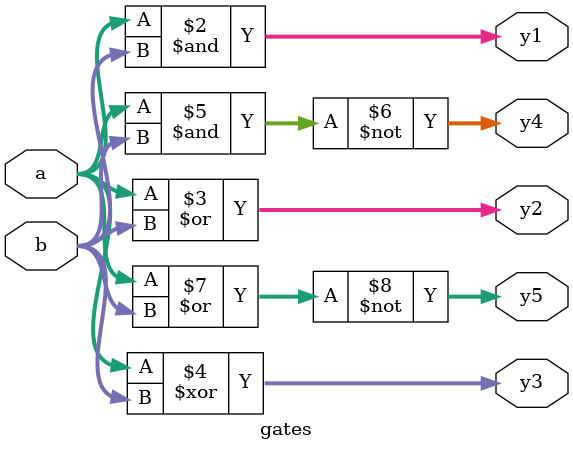
<source format=v>
module gates(input      [3:0] a, b,  output reg [3:0] y1, y2, y3, y4, y5);
  
  always @(a , b)//added a condition
    begin
    y1 = a & b;
    y2 = a | b;
    y3 = a ^ b;
    y4 = ~(a & b);
    y5 = ~(a | b);
  end
endmodule
</source>
